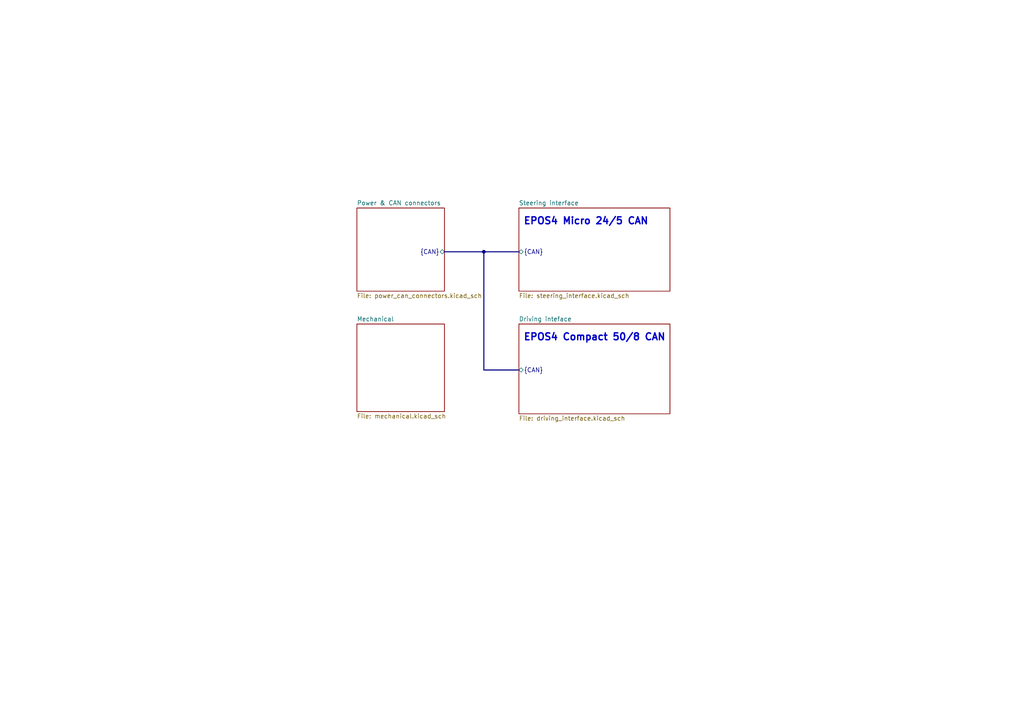
<source format=kicad_sch>
(kicad_sch (version 20211123) (generator eeschema)
  (paper "A4")
  (lib_symbols)
  (bus_alias "CAN" (members "CANH" "CANL"))
  (junction (at 140.335 73.025))
  (bus (pts (xy 140.335 107.315) (xy 150.495 107.315)))
  (bus (pts (xy 128.905 73.025) (xy 140.335 73.025)))
  (bus (pts (xy 140.335 73.025) (xy 150.495 73.025)))
  (bus (pts (xy 140.335 73.025) (xy 140.335 107.315)))
  (text "EPOS4 Compact 50/8 CAN" (at 151.765 99.06 0) (effects (font (size 2 2) (thickness 0.4) bold) (justify left bottom)))
  (text "EPOS4 Micro 24/5 CAN" (at 151.765 65.405 0) (effects (font (size 2 2) (thickness 0.4) bold) (justify left bottom)))
  (sheet (at 103.505 93.98) (size 25.4 25.4) (stroke (width 0.1524))
    (property "Sheet name" "Mechanical" (at 103.505 93.2684 0) (effects (justify left bottom)))
    (property "Sheet file" "mechanical.kicad_sch" (at 103.505 119.9646 0) (effects (justify left top)))
  )
  (sheet (at 150.495 93.98) (size 43.815 26.035) (stroke (width 0.1524))
    (property "Sheet name" "Driving inteface" (at 150.495 93.2684 0) (effects (justify left bottom)))
    (property "Sheet file" "driving_interface.kicad_sch" (at 150.495 120.5996 0) (effects (justify left top)))
    (pin "{CAN}" bidirectional (at 150.495 107.315 180))
  )
  (sheet (at 103.505 60.325) (size 25.4 24.13) (stroke (width 0.1524))
    (property "Sheet name" "Power & CAN connectors" (at 103.505 59.6134 0) (effects (justify left bottom)))
    (property "Sheet file" "power_can_connectors.kicad_sch" (at 103.505 85.0396 0) (effects (justify left top)))
    (pin "{CAN}" bidirectional (at 128.905 73.025 0))
  )
  (sheet (at 150.495 60.325) (size 43.815 24.13) (stroke (width 0.1524))
    (property "Sheet name" "Steering interface" (at 150.495 59.6134 0) (effects (justify left bottom)))
    (property "Sheet file" "steering_interface.kicad_sch" (at 150.495 85.0396 0) (effects (justify left top)))
    (pin "{CAN}" bidirectional (at 150.495 73.025 180))
  )
)
</source>
